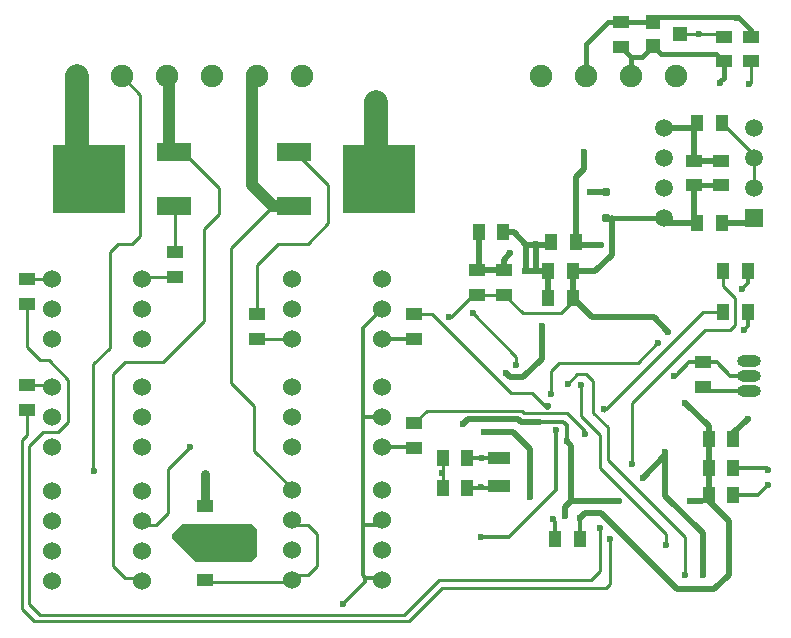
<source format=gbl>
%FSLAX25Y25*%
%MOIN*%
G70*
G01*
G75*
G04 Layer_Physical_Order=2*
G04 Layer_Color=16711680*
%ADD10R,0.10039X0.07677*%
%ADD11R,0.05512X0.04331*%
%ADD12R,0.07087X0.08268*%
%ADD13R,0.04331X0.02362*%
%ADD14R,0.24410X0.22835*%
%ADD15R,0.11811X0.06299*%
%ADD16R,0.04331X0.05512*%
G04:AMPARAMS|DCode=17|XSize=9.84mil|YSize=70.87mil|CornerRadius=0mil|HoleSize=0mil|Usage=FLASHONLY|Rotation=135.000|XOffset=0mil|YOffset=0mil|HoleType=Round|Shape=Round|*
%AMOVALD17*
21,1,0.06102,0.00984,0.00000,0.00000,225.0*
1,1,0.00984,0.02158,0.02158*
1,1,0.00984,-0.02158,-0.02158*
%
%ADD17OVALD17*%

G04:AMPARAMS|DCode=18|XSize=9.84mil|YSize=70.87mil|CornerRadius=0mil|HoleSize=0mil|Usage=FLASHONLY|Rotation=45.000|XOffset=0mil|YOffset=0mil|HoleType=Round|Shape=Round|*
%AMOVALD18*
21,1,0.06102,0.00984,0.00000,0.00000,135.0*
1,1,0.00984,0.02158,-0.02158*
1,1,0.00984,-0.02158,0.02158*
%
%ADD18OVALD18*%

%ADD19R,0.07087X0.09055*%
%ADD20R,0.02362X0.11811*%
%ADD21O,0.08661X0.02362*%
%ADD22R,0.02756X0.03150*%
%ADD23R,0.06000X0.07000*%
%ADD24R,0.06299X0.12598*%
%ADD25C,0.01181*%
%ADD26C,0.01969*%
%ADD27C,0.01575*%
%ADD28C,0.00984*%
%ADD29C,0.01500*%
%ADD30C,0.07874*%
%ADD31C,0.03937*%
%ADD32C,0.07480*%
%ADD33C,0.06000*%
%ADD34O,0.07874X0.03937*%
%ADD35O,0.07874X0.03937*%
%ADD36C,0.05906*%
%ADD37R,0.05906X0.05906*%
%ADD38C,0.02362*%
%ADD39C,0.05000*%
G04:AMPARAMS|DCode=40|XSize=23.62mil|YSize=23.62mil|CornerRadius=1.18mil|HoleSize=0mil|Usage=FLASHONLY|Rotation=90.000|XOffset=0mil|YOffset=0mil|HoleType=Round|Shape=RoundedRectangle|*
%AMROUNDEDRECTD40*
21,1,0.02362,0.02126,0,0,90.0*
21,1,0.02126,0.02362,0,0,90.0*
1,1,0.00236,0.01063,0.01063*
1,1,0.00236,0.01063,-0.01063*
1,1,0.00236,-0.01063,-0.01063*
1,1,0.00236,-0.01063,0.01063*
%
%ADD40ROUNDEDRECTD40*%
%ADD41R,0.04600X0.04600*%
%ADD42R,0.07480X0.04331*%
%ADD43C,0.03150*%
G36*
X60433Y34646D02*
X80807Y34646D01*
X82678Y32775D01*
X82677Y23819D01*
X80807Y21949D01*
X62008Y21949D01*
X54134Y29823D01*
X54134Y31299D01*
X57481Y34646D01*
X60433Y34646D01*
D02*
G37*
D11*
X247047Y188779D02*
D03*
Y197047D02*
D03*
X5906Y108071D02*
D03*
Y116339D02*
D03*
X55118Y116929D02*
D03*
Y125197D02*
D03*
X5906Y72638D02*
D03*
Y80905D02*
D03*
X134843Y104528D02*
D03*
Y96260D02*
D03*
X82677D02*
D03*
Y104528D02*
D03*
X134843Y68110D02*
D03*
Y59842D02*
D03*
X238189Y188779D02*
D03*
Y197047D02*
D03*
X203740Y193701D02*
D03*
Y201969D02*
D03*
X237205Y147441D02*
D03*
X237205Y155709D02*
D03*
X228346Y147441D02*
D03*
Y155709D02*
D03*
X231299Y88484D02*
D03*
Y80216D02*
D03*
X65354Y24213D02*
D03*
Y15945D02*
D03*
Y40748D02*
D03*
Y32480D02*
D03*
X164961Y111024D02*
D03*
Y119291D02*
D03*
X155807Y110925D02*
D03*
Y119193D02*
D03*
D14*
X123228Y149606D02*
D03*
X26378D02*
D03*
D15*
X94882Y158622D02*
D03*
Y140591D02*
D03*
X54724D02*
D03*
Y158622D02*
D03*
D16*
X246260Y105315D02*
D03*
X237992D02*
D03*
X237402Y168307D02*
D03*
X229134D02*
D03*
Y134843D02*
D03*
X237402D02*
D03*
X246260Y119095D02*
D03*
X237992D02*
D03*
X233071Y62992D02*
D03*
X241339D02*
D03*
X241339Y53150D02*
D03*
X233071D02*
D03*
X241339Y44291D02*
D03*
X233071D02*
D03*
X181890Y29528D02*
D03*
X190157D02*
D03*
X152657Y56595D02*
D03*
X144390D02*
D03*
X152657Y46752D02*
D03*
X144390D02*
D03*
X187795Y110039D02*
D03*
X179528D02*
D03*
X187795Y118898D02*
D03*
X179528D02*
D03*
X188878Y128740D02*
D03*
X180610D02*
D03*
X156398Y131791D02*
D03*
X164665D02*
D03*
D25*
X111319Y7776D02*
X118701Y15157D01*
Y16732D01*
X226673Y88484D02*
X231299D01*
X121740Y16732D02*
X124094Y14378D01*
X118701Y16732D02*
X121740D01*
X117717Y17717D02*
X118701Y16732D01*
X231299Y88484D02*
X235925D01*
X240354Y84055D01*
X246457D01*
X232461Y79055D02*
X246457D01*
X231299Y80216D02*
X232461Y79055D01*
X190157Y36713D02*
X190453Y37008D01*
X190157Y29528D02*
Y36713D01*
X181102Y36220D02*
X181890Y35433D01*
Y29528D02*
Y35433D01*
X134307Y60378D02*
X134843Y59842D01*
X124094Y60378D02*
X134307D01*
X134724Y96378D02*
X134843Y96260D01*
X124094Y96378D02*
X134724D01*
X244094Y112795D02*
X246260Y114961D01*
Y119095D01*
X244882Y99114D02*
X246260Y100492D01*
Y105315D01*
X152657Y46752D02*
X162894D01*
X157480Y56595D02*
X163287D01*
X152657D02*
X157480D01*
X162894Y46752D02*
X163287Y47146D01*
X249685Y44291D02*
X253012Y47618D01*
X241339Y44291D02*
X249685D01*
X252480Y53150D02*
X253012Y52618D01*
X241339Y53150D02*
X252480D01*
X241339Y62992D02*
Y64961D01*
X230906Y42126D02*
X233071Y44291D01*
X117717Y70472D02*
Y100000D01*
Y34646D02*
Y70472D01*
X117811Y70378D01*
X124094D01*
X117717Y17717D02*
Y34646D01*
X117984Y34378D01*
X124094D01*
X117717Y100000D02*
X124094Y106378D01*
X222146Y83957D02*
X226673Y88484D01*
X221457Y83957D02*
X222146D01*
X157087Y30315D02*
X166634D01*
X182298Y45979D01*
Y65833D01*
X176772Y68701D02*
X184547D01*
X185728Y67520D01*
Y62205D02*
Y67520D01*
D26*
X241339Y64961D02*
X246063Y69685D01*
X226772Y42126D02*
X230906D01*
X200787Y124409D02*
Y136575D01*
X195276Y118898D02*
X200787Y124409D01*
X187795Y118898D02*
X195276D01*
X172244Y127756D02*
X175492D01*
X204724Y103543D02*
X208661D01*
X200787D02*
X204724D01*
X194291D02*
X200787D01*
X187795Y110039D02*
X194291Y103543D01*
X187795Y110039D02*
Y118898D01*
X164961Y122736D02*
X167028Y124803D01*
X164961Y119291D02*
Y122736D01*
X168209Y131791D02*
X172244Y127756D01*
X164665Y131791D02*
X168209D01*
X155905Y119291D02*
X156398Y119783D01*
X155807Y119193D02*
X155905Y119291D01*
X156398Y119783D02*
Y131791D01*
X155905Y119291D02*
X164961D01*
X188878Y128740D02*
Y150295D01*
X191634Y153051D01*
Y158465D01*
X175492Y127756D02*
X179626D01*
X175492D02*
Y127854D01*
Y119685D02*
Y127756D01*
X174803Y118996D02*
X175492Y119685D01*
X171752Y118996D02*
X172244Y119488D01*
Y127756D01*
X179528Y110039D02*
Y118898D01*
X172146Y118898D02*
X172146Y118898D01*
X193504Y145177D02*
X193701Y145374D01*
X198819D01*
X179626Y127756D02*
X180610Y128740D01*
X194390Y127756D02*
X197343D01*
X189862D02*
X194390D01*
X188878Y128740D02*
X189862Y127756D01*
X218268Y166575D02*
X227402D01*
X228346Y167520D01*
Y155709D02*
Y167520D01*
Y155709D02*
X237205D01*
X228346Y135630D02*
X229134Y134843D01*
X228346Y135630D02*
Y147441D01*
X237402Y134843D02*
X246535D01*
X220000D02*
X229134D01*
X233071Y62992D02*
Y67126D01*
X225098Y75098D02*
X233071Y67126D01*
Y42421D02*
Y44291D01*
Y42421D02*
X239764Y35728D01*
Y28740D02*
Y35728D01*
X233071Y44291D02*
Y62992D01*
X231201Y17520D02*
Y31594D01*
X218701Y44094D02*
X231201Y31594D01*
X208661Y103543D02*
X214862D01*
X219685Y98721D01*
X185236Y40256D02*
X187303Y42323D01*
X185236Y37303D02*
Y40256D01*
X187303Y42323D02*
Y60630D01*
X185728Y62205D02*
X187303Y60630D01*
X177461Y89665D02*
Y100492D01*
X171260Y83465D02*
X177461Y89665D01*
X167028Y83465D02*
X171260D01*
X165650Y84842D02*
X167028Y83465D01*
X172146Y118898D02*
X179528D01*
X173425Y43504D02*
Y59646D01*
X167717Y65354D02*
X173425Y59646D01*
X158169Y65354D02*
X167717D01*
X151083Y67913D02*
X152756Y69587D01*
X169685D01*
X170571Y68701D01*
X176772D01*
X187303Y42323D02*
X203248D01*
X203346Y42224D01*
X218602Y50000D02*
X218701Y49902D01*
Y44094D02*
Y49902D01*
X211221Y50000D02*
X218701Y57480D01*
Y49902D02*
Y57480D01*
Y58661D01*
X191831Y38386D02*
X197047D01*
X222638Y12795D01*
X234842D01*
X239764Y17717D01*
Y28740D01*
X190453Y37008D02*
X191831Y38386D01*
D27*
X200787Y136575D02*
X218268D01*
X198957D02*
X200787D01*
X198819Y136713D02*
X198957Y136575D01*
X246535Y134843D02*
X248268Y136575D01*
X218268D02*
X220000Y134843D01*
D28*
X183169Y88287D02*
X209449D01*
X180610Y85728D02*
X183169Y88287D01*
X180610Y77854D02*
Y85728D01*
X167126Y78347D02*
X174311D01*
X140945Y104528D02*
X167126Y78347D01*
X134843Y104528D02*
X140945D01*
X168954Y87697D02*
Y90298D01*
X154429Y104823D02*
X168954Y90298D01*
X225197Y17717D02*
Y30315D01*
X199508Y56004D02*
X225197Y30315D01*
X199508Y56004D02*
Y66831D01*
X194587Y71752D02*
X199508Y66831D01*
X194587Y71752D02*
Y82185D01*
X192323Y84449D02*
X194587Y82185D01*
X189272Y84449D02*
X192323D01*
X186122Y81299D02*
X189272Y84449D01*
X218996Y27657D02*
Y31102D01*
X196949Y53150D02*
X218996Y31102D01*
X196949Y53150D02*
Y64370D01*
X190551Y70768D02*
X196949Y64370D01*
X190551Y70768D02*
Y80807D01*
X198228Y72933D02*
X198917D01*
X231299Y105315D01*
X198228Y72244D02*
Y72933D01*
X231299Y105315D02*
X237992D01*
X144390Y46752D02*
Y56595D01*
X154527Y110925D02*
X155807D01*
X147047Y103445D02*
X154527Y110925D01*
X146555Y103445D02*
X147047D01*
X237992Y113878D02*
Y119095D01*
Y113878D02*
X242028Y109843D01*
Y100984D02*
Y109843D01*
X240256Y99213D02*
X242028Y100984D01*
X231791Y99213D02*
X240256D01*
X207480Y74902D02*
X231791Y99213D01*
X207480Y54724D02*
Y74902D01*
X27953Y52362D02*
X28150Y52165D01*
X27953Y52362D02*
Y87795D01*
X41740Y16732D02*
X44094Y14378D01*
X38386Y16732D02*
X41740D01*
X34449Y20669D02*
X38386Y16732D01*
X248268Y146575D02*
Y156575D01*
X5906Y93602D02*
Y108071D01*
Y93602D02*
X10335Y89173D01*
X13091D01*
X19685Y82579D01*
Y68701D02*
Y82579D01*
X16339Y65354D02*
X19685Y68701D01*
X11220Y65354D02*
X16339D01*
X6496Y60630D02*
X11220Y65354D01*
X6496Y7972D02*
Y60630D01*
Y7972D02*
X10138Y4331D01*
X131595D01*
X143110Y15846D01*
X193799D01*
X196752Y18799D01*
Y33366D01*
X144193Y13189D02*
X199016D01*
X133169Y2165D02*
X144193Y13189D01*
X8366Y2165D02*
X133169D01*
X200295Y14469D02*
Y29528D01*
X199016Y13189D02*
X200295Y14469D01*
X4134Y6398D02*
X8366Y2165D01*
X4134Y6398D02*
Y62598D01*
X5906Y64370D01*
Y72638D01*
X229921Y197898D02*
X237339D01*
X223567D02*
X229921D01*
X155807Y110925D02*
X155905Y111024D01*
X164961D01*
X171063Y104921D01*
X183858D01*
X187795Y108858D01*
Y110039D01*
X246654Y181299D02*
X247047Y181693D01*
Y188779D01*
X248268Y156575D02*
Y157441D01*
X237402Y168307D02*
X248268Y157441D01*
X237339Y197898D02*
X238189Y197047D01*
X13567Y80905D02*
X14095Y80378D01*
X5906Y80905D02*
X13567D01*
X5906Y116339D02*
X14055D01*
X55118Y125197D02*
Y140197D01*
X54724Y140591D02*
X55118Y140197D01*
X44646Y116929D02*
X55118D01*
X44094Y116378D02*
X44646Y116929D01*
X82677Y96260D02*
X93976D01*
X94095Y96378D01*
X94882Y158622D02*
X95315D01*
X106299Y147638D01*
Y134843D02*
Y147638D01*
X99410Y127953D02*
X106299Y134843D01*
X82677Y104528D02*
Y121063D01*
X89567Y127953D01*
X99410D01*
X52323Y158622D02*
X54724D01*
X73819Y126654D02*
X87756Y140591D01*
X73819Y81693D02*
Y126654D01*
Y81693D02*
X81693Y73819D01*
Y59055D02*
Y73819D01*
Y59055D02*
X94095Y46654D01*
Y44378D02*
Y46654D01*
X51181Y88583D02*
X64961Y102362D01*
Y132874D01*
X69882Y137795D01*
X54724Y158622D02*
X57913D01*
X69882Y146653D01*
Y137795D02*
Y146653D01*
X37441Y183858D02*
X43701Y177598D01*
Y130709D02*
Y177598D01*
X40945Y127953D02*
X43701Y130709D01*
X36220Y127953D02*
X40945D01*
X33465Y125197D02*
X36220Y127953D01*
X33465Y93307D02*
Y125197D01*
X27953Y87795D02*
X33465Y93307D01*
X34449Y20669D02*
Y84449D01*
X38583Y88583D01*
X51181D01*
X65354Y24213D02*
Y32480D01*
X44094Y34378D02*
X48945D01*
X94890Y17520D02*
X99410D01*
X94095Y34378D02*
X99480D01*
X99410Y17520D02*
X102559Y20669D01*
Y31299D01*
X99480Y34378D02*
X102559Y31299D01*
X209449Y88287D02*
X215945Y94784D01*
X216142D01*
X134843Y68110D02*
X139075Y72342D01*
X170866D01*
X174311Y78347D02*
X179331Y73327D01*
X179626Y73622D01*
Y74016D01*
X180650Y71543D02*
X180663Y71555D01*
X171666Y71543D02*
X180650D01*
X170866Y72342D02*
X171666Y71543D01*
X180663Y71555D02*
X185925D01*
X192028Y65453D01*
Y64623D02*
Y65453D01*
X48945Y34378D02*
X52854Y38287D01*
Y52854D01*
X60236Y60236D01*
X65354Y15945D02*
X66043Y15256D01*
X92626D01*
X94890Y17520D01*
D29*
X216114Y203445D02*
X242717D01*
X247047Y199114D01*
X237008Y181595D02*
Y182185D01*
X238189Y183366D01*
Y188779D01*
X237205Y147441D02*
X237205Y147441D01*
X228346Y147441D02*
X237205D01*
X235630Y191339D02*
X238189Y188779D01*
X217126Y191339D02*
X235630D01*
X214567Y193898D02*
X217126Y191339D01*
X247047Y197047D02*
Y199114D01*
X214567Y201898D02*
X216114Y203445D01*
X207165Y183858D02*
X208661Y182362D01*
X207165Y190276D02*
X210945D01*
X214567Y193898D01*
X203740Y201969D02*
X203811Y201898D01*
X214567D01*
X199409Y201969D02*
X203740D01*
X192165Y194724D02*
X199409Y201969D01*
X192165Y183858D02*
Y194724D01*
X203740Y193701D02*
X207165Y190276D01*
Y183858D02*
Y190276D01*
D30*
X22441Y153543D02*
X26378Y149606D01*
X22441Y153543D02*
Y183858D01*
X122047Y150787D02*
X123228Y149606D01*
X122047Y150787D02*
Y167323D01*
Y175197D01*
D31*
X53150Y160197D02*
X54724Y158622D01*
X53150Y160197D02*
Y183150D01*
X52441Y183858D02*
X53150Y183150D01*
X87756Y140591D02*
X94882D01*
X80709Y147638D02*
X87756Y140591D01*
X80709Y147638D02*
Y182126D01*
X82441Y183858D01*
D32*
X97441D02*
D03*
X82441D02*
D03*
X67441D02*
D03*
X52441D02*
D03*
X37441D02*
D03*
X22441D02*
D03*
X222165Y183858D02*
D03*
X207165D02*
D03*
X192165D02*
D03*
X177165D02*
D03*
D33*
X44094Y15748D02*
D03*
Y25748D02*
D03*
Y35748D02*
D03*
Y45748D02*
D03*
X14095D02*
D03*
Y35748D02*
D03*
Y25748D02*
D03*
Y15748D02*
D03*
X44094Y80378D02*
D03*
Y70378D02*
D03*
Y60378D02*
D03*
X14095D02*
D03*
Y70378D02*
D03*
Y80378D02*
D03*
X44094Y116378D02*
D03*
Y106378D02*
D03*
Y96378D02*
D03*
X14095D02*
D03*
Y106378D02*
D03*
Y116378D02*
D03*
X94095Y96378D02*
D03*
Y106378D02*
D03*
Y116378D02*
D03*
X124094D02*
D03*
Y106378D02*
D03*
Y96378D02*
D03*
X94095Y60378D02*
D03*
Y70378D02*
D03*
Y80378D02*
D03*
X124094D02*
D03*
Y70378D02*
D03*
Y60378D02*
D03*
X94095Y45866D02*
D03*
Y35866D02*
D03*
Y25866D02*
D03*
Y15866D02*
D03*
X124094D02*
D03*
Y25866D02*
D03*
Y35866D02*
D03*
Y45866D02*
D03*
D34*
X246457Y79055D02*
D03*
Y84055D02*
D03*
D35*
Y89055D02*
D03*
D36*
X218268Y166575D02*
D03*
Y156575D02*
D03*
Y146575D02*
D03*
Y136575D02*
D03*
X248268Y166575D02*
D03*
Y156575D02*
D03*
Y146575D02*
D03*
D37*
Y136575D02*
D03*
D38*
X185728Y62205D02*
D03*
X111319Y7776D02*
D03*
X157087Y30315D02*
D03*
X180610Y77854D02*
D03*
X154429Y104823D02*
D03*
X168954Y87697D02*
D03*
X198228Y72933D02*
D03*
X190551Y80807D02*
D03*
X186122Y81299D02*
D03*
X144291Y51673D02*
D03*
X146555Y103445D02*
D03*
X207480Y54724D02*
D03*
X192028Y64623D02*
D03*
X28150Y52165D02*
D03*
X196752Y33366D02*
D03*
X200295Y29528D02*
D03*
X218996Y27657D02*
D03*
X225197Y17717D02*
D03*
X231201Y17520D02*
D03*
X239764Y28740D02*
D03*
X185236Y37303D02*
D03*
X190157Y36713D02*
D03*
X181102Y36220D02*
D03*
X244882Y99114D02*
D03*
X244094Y112795D02*
D03*
X182298Y65833D02*
D03*
X157087Y46850D02*
D03*
X157480Y56595D02*
D03*
X253012Y47618D02*
D03*
Y52618D02*
D03*
X226772Y42126D02*
D03*
X246063Y69685D02*
D03*
X229921Y197898D02*
D03*
X208661Y103543D02*
D03*
X204724D02*
D03*
X200787D02*
D03*
X167028Y124803D02*
D03*
X191634Y158465D02*
D03*
X171752Y118996D02*
D03*
X174803D02*
D03*
X193504Y145177D02*
D03*
X175492Y127854D02*
D03*
X172244Y127756D02*
D03*
X197343D02*
D03*
X194390D02*
D03*
X242618Y203248D02*
D03*
X246654Y181299D02*
D03*
X237008Y181595D02*
D03*
X65354Y46063D02*
D03*
X60236Y60236D02*
D03*
X225098Y75098D02*
D03*
X218701Y58661D02*
D03*
X216142Y94784D02*
D03*
X221457Y83957D02*
D03*
X219685Y98721D02*
D03*
X177461Y100492D02*
D03*
X165650Y84842D02*
D03*
X158169Y65354D02*
D03*
X173425Y43504D02*
D03*
X151083Y67913D02*
D03*
X179626Y74016D02*
D03*
X203346Y42224D02*
D03*
X211221Y50000D02*
D03*
D39*
X122047Y167323D02*
D03*
Y175197D02*
D03*
D40*
X198819Y136713D02*
D03*
Y145374D02*
D03*
D41*
X214567Y193898D02*
D03*
Y201898D02*
D03*
X223567Y197898D02*
D03*
D42*
X163287Y56595D02*
D03*
X163287Y47146D02*
D03*
D43*
X65354Y40748D02*
Y51378D01*
M02*

</source>
